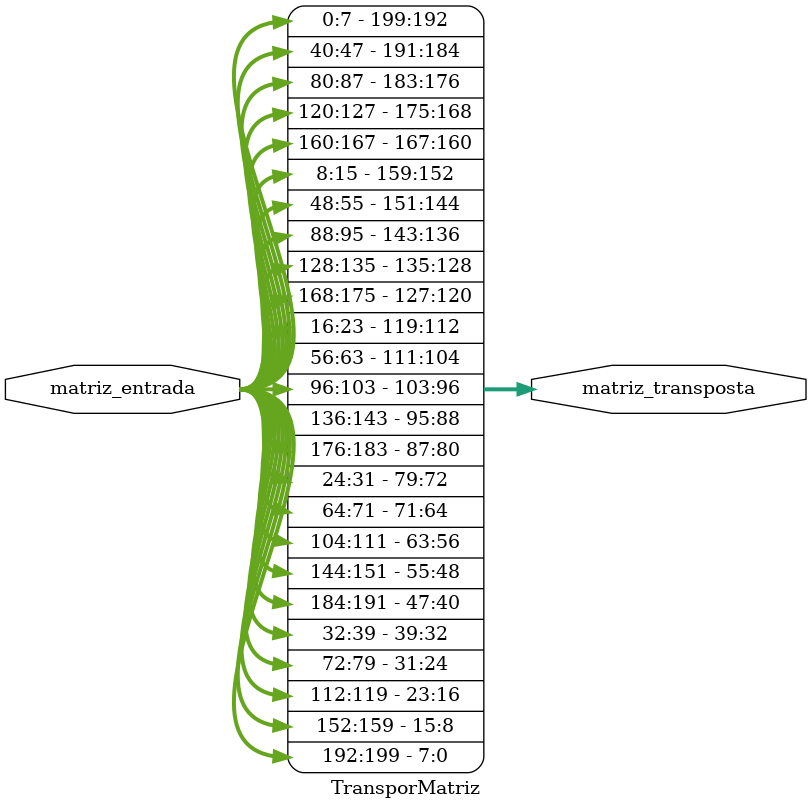
<source format=v>
`define MATRIZ_5x5 (0):(8*25-1)                         // Intervalo de bits para matriz 5x5
`define indice(coluna, linha) (8 * (linha + 5*coluna))  // Acesso a elemento em vetor flatten

module TransporMatriz (
    input  wire signed [`MATRIZ_5x5] matriz_entrada,  // Matriz original (entrada)
    output wire signed [`MATRIZ_5x5] matriz_transposta // Matriz transposta (saída)
);

    genvar linha, coluna;
    generate
        // A matriz transposta é obtida trocando linha por coluna
        for (linha = 0; linha < 5; linha = linha + 1) begin : linha_loop
            for (coluna = 0; coluna < 5; coluna = coluna + 1) begin : coluna_loop
                assign matriz_transposta[`indice(linha, coluna) +: 8] = 
                       matriz_entrada[`indice(coluna, linha) +: 8];
            end
        end
    endgenerate

endmodule

</source>
